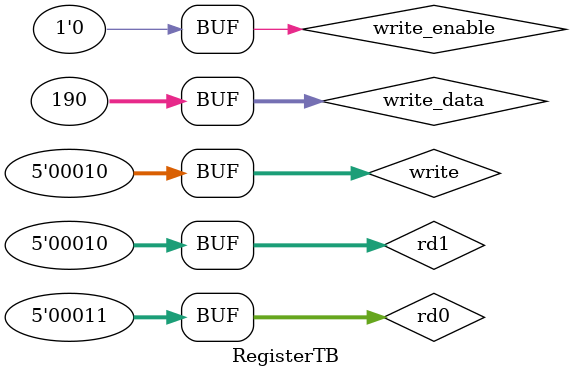
<source format=v>
`timescale 1ns / 1ps

module RegisterTB();
    
    reg [4:0] rd0, rd1, write;
    reg write_enable;
    reg [31:0] write_data;
    wire [31:0] read_data1, read_data2;
    
    RegisterFile RegisterFile_UUT(.read_address_0(rd0), .read_address_1(rd1), .write_address_0(write), .write_en(write_enable), .write_data(write_data), .read_data_0(read_data1), .read_data_1(read_data2));
    
    initial begin
        
        rd0 <= 9;
        rd1 <= 13;
        write_enable <= 0;
        #10
        write <= 3;
        write_data <= 175;
        write_enable <= 1;
        #10
        write <= 2;
        write_data <= 190;
        #10
        rd0 <= 3;
        rd1 <= 2;
        write_enable <= 0;
    
    end

endmodule

</source>
